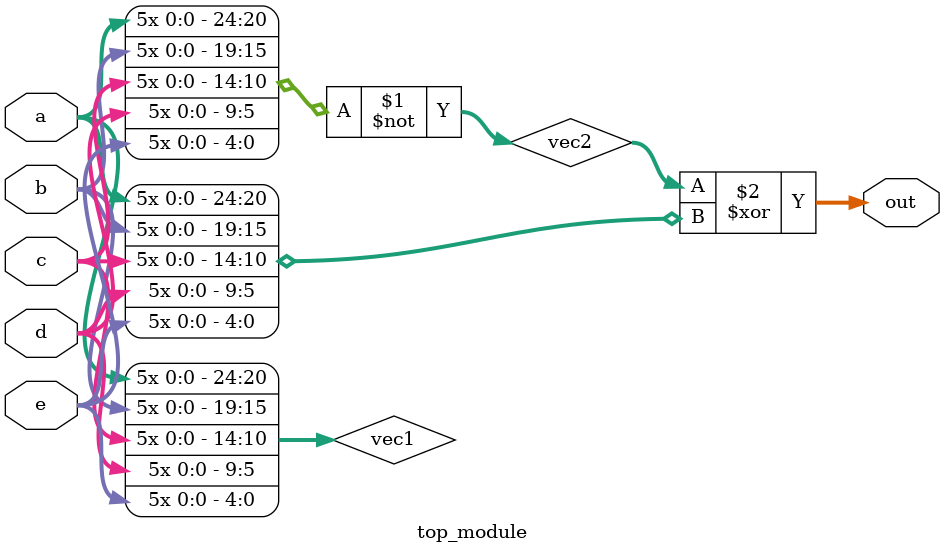
<source format=sv>
module top_module (
	input a,
	input b,
	input c,
	input d,
	input e,
	output [24:0] out
);

    // Generate the 25-bit vector with the repeated values of a, b, c, d, and e
    wire [24:0] vec1 = { {5{a}}, {5{b}}, {5{c}}, {5{d}}, {5{e}} };
    
    // Generate the complemented 25-bit vector with the repeated values of a, b, c, d, and e
    wire [24:0] vec2 = ~vec1;
    
    // Assign the output to the XOR of the two vectors
    assign out = vec2 ^ vec1;
    
endmodule

</source>
